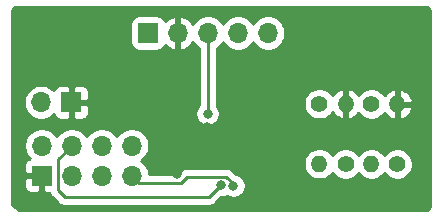
<source format=gbr>
%TF.GenerationSoftware,KiCad,Pcbnew,(5.1.8)-1*%
%TF.CreationDate,2020-12-30T10:18:30-07:00*%
%TF.ProjectId,Axle-Tx-PCB(STM32)v2,41786c65-2d54-4782-9d50-43422853544d,rev?*%
%TF.SameCoordinates,PX1a73ae0PY3563620*%
%TF.FileFunction,Copper,L2,Bot*%
%TF.FilePolarity,Positive*%
%FSLAX46Y46*%
G04 Gerber Fmt 4.6, Leading zero omitted, Abs format (unit mm)*
G04 Created by KiCad (PCBNEW (5.1.8)-1) date 2020-12-30 10:18:30*
%MOMM*%
%LPD*%
G01*
G04 APERTURE LIST*
%TA.AperFunction,ComponentPad*%
%ADD10O,1.400000X1.400000*%
%TD*%
%TA.AperFunction,ComponentPad*%
%ADD11C,1.400000*%
%TD*%
%TA.AperFunction,ComponentPad*%
%ADD12O,1.700000X1.700000*%
%TD*%
%TA.AperFunction,ComponentPad*%
%ADD13R,1.700000X1.700000*%
%TD*%
%TA.AperFunction,ViaPad*%
%ADD14C,0.800000*%
%TD*%
%TA.AperFunction,Conductor*%
%ADD15C,0.250000*%
%TD*%
%TA.AperFunction,Conductor*%
%ADD16C,0.254000*%
%TD*%
%TA.AperFunction,Conductor*%
%ADD17C,0.100000*%
%TD*%
G04 APERTURE END LIST*
D10*
%TO.P,SG4,2*%
%TO.N,GND*%
X33883600Y10617200D03*
D11*
%TO.P,SG4,1*%
%TO.N,SDADC1-AIN8p*%
X33883600Y5537200D03*
%TD*%
D12*
%TO.P,J2,8*%
%TO.N,SPI1-IRQ*%
X11404600Y7112000D03*
%TO.P,J2,7*%
%TO.N,SPI1-MOSI*%
X11404600Y4572000D03*
%TO.P,J2,6*%
%TO.N,SPI1-CSn*%
X8864600Y7112000D03*
%TO.P,J2,5*%
%TO.N,+3V3*%
X8864600Y4572000D03*
%TO.P,J2,4*%
%TO.N,SPI1-MISO*%
X6324600Y7112000D03*
%TO.P,J2,3*%
%TO.N,SPI1-SCK*%
X6324600Y4572000D03*
%TO.P,J2,2*%
%TO.N,SPI1-CE*%
X3784600Y7112000D03*
D13*
%TO.P,J2,1*%
%TO.N,GND*%
X3784600Y4572000D03*
%TD*%
D12*
%TO.P,J1,5*%
%TO.N,PA14-SWCLK*%
X22936200Y16637000D03*
%TO.P,J1,4*%
%TO.N,PA13-SWDIO*%
X20396200Y16637000D03*
%TO.P,J1,3*%
%TO.N,NRST*%
X17856200Y16637000D03*
%TO.P,J1,2*%
%TO.N,GND*%
X15316200Y16637000D03*
D13*
%TO.P,J1,1*%
%TO.N,+3V3*%
X12776200Y16637000D03*
%TD*%
D10*
%TO.P,SG3,2*%
%TO.N,SDADC1-AIN8p*%
X31699200Y5542280D03*
D11*
%TO.P,SG3,1*%
%TO.N,+3V3*%
X31699200Y10622280D03*
%TD*%
D10*
%TO.P,SG2,2*%
%TO.N,GND*%
X29504640Y10637520D03*
D11*
%TO.P,SG2,1*%
%TO.N,SDADC-AIN8m*%
X29504640Y5557520D03*
%TD*%
D10*
%TO.P,SG1,2*%
%TO.N,SDADC-AIN8m*%
X27284680Y5572760D03*
D11*
%TO.P,SG1,1*%
%TO.N,+3V3*%
X27284680Y10652760D03*
%TD*%
D12*
%TO.P,BatCon1,2*%
%TO.N,Net-(BatCon1-Pad2)*%
X3733800Y10769600D03*
D13*
%TO.P,BatCon1,1*%
%TO.N,GND*%
X6273800Y10769600D03*
%TD*%
D14*
%TO.N,NRST*%
X17830800Y9804400D03*
%TO.N,SPI1-MOSI*%
X20015200Y3708400D03*
%TO.N,SPI1-MISO*%
X18948400Y3759200D03*
%TO.N,GND*%
X35306000Y13157200D03*
X32969200Y13157200D03*
X15240000Y4699000D03*
X28244800Y13208000D03*
X30683200Y13208000D03*
X33883600Y9093200D03*
X24762134Y4905066D03*
X29514800Y9042400D03*
X24485600Y15087600D03*
X17818800Y8698800D03*
%TD*%
D15*
%TO.N,NRST*%
X17856200Y9626600D02*
X17830800Y9601200D01*
X17856200Y16637000D02*
X17856200Y9626600D01*
%TO.N,SPI1-MOSI*%
X15588001Y3973999D02*
X12002601Y3973999D01*
X16098203Y4484201D02*
X15588001Y3973999D01*
X12002601Y3973999D02*
X11404600Y4572000D01*
X19391799Y4484201D02*
X16098203Y4484201D01*
X20116800Y3759200D02*
X19391799Y4484201D01*
%TO.N,SPI1-MISO*%
X6324600Y7721600D02*
X6350000Y7747000D01*
X6324600Y7112000D02*
X6324600Y7721600D01*
X6350000Y7112000D02*
X6350000Y7747000D01*
X6324600Y7086600D02*
X5803900Y6565900D01*
X6324600Y7112000D02*
X6324600Y7086600D01*
X6350000Y7112000D02*
X5803900Y6565900D01*
X18548401Y3359201D02*
X18948400Y3759200D01*
X17932400Y2743200D02*
X18548401Y3359201D01*
X5740400Y2743200D02*
X17932400Y2743200D01*
X5149599Y3334001D02*
X5740400Y2743200D01*
X5149599Y5936999D02*
X5149599Y3334001D01*
X6324600Y7112000D02*
X5149599Y5936999D01*
%TO.N,GND*%
X6350000Y10693400D02*
X6273800Y10769600D01*
X17818800Y7277800D02*
X15240000Y4699000D01*
X17818800Y8698800D02*
X17818800Y7277800D01*
%TD*%
D16*
%TO.N,GND*%
X36365133Y18837315D02*
X36431057Y18817411D01*
X36491855Y18785085D01*
X36545219Y18741561D01*
X36589112Y18688504D01*
X36621866Y18627929D01*
X36642228Y18562147D01*
X36652601Y18463460D01*
X36652600Y2013481D01*
X36642715Y1912669D01*
X36633030Y1880591D01*
X36380961Y1639724D01*
X36367547Y1635572D01*
X36268869Y1625200D01*
X1857620Y1625200D01*
X1269600Y2048575D01*
X1269600Y3722000D01*
X2296528Y3722000D01*
X2308788Y3597518D01*
X2345098Y3477820D01*
X2404063Y3367506D01*
X2483415Y3270815D01*
X2580106Y3191463D01*
X2690420Y3132498D01*
X2810118Y3096188D01*
X2934600Y3083928D01*
X3498850Y3087000D01*
X3657600Y3245750D01*
X3657600Y4445000D01*
X2458350Y4445000D01*
X2299600Y4286250D01*
X2296528Y3722000D01*
X1269600Y3722000D01*
X1269600Y5422000D01*
X2296528Y5422000D01*
X2299600Y4857750D01*
X2458350Y4699000D01*
X3657600Y4699000D01*
X3657600Y4719000D01*
X3911600Y4719000D01*
X3911600Y4699000D01*
X3931600Y4699000D01*
X3931600Y4445000D01*
X3911600Y4445000D01*
X3911600Y3245750D01*
X4070350Y3087000D01*
X4430924Y3085037D01*
X4444053Y3041755D01*
X4514625Y2909725D01*
X4585800Y2822999D01*
X4609599Y2794000D01*
X4638597Y2770202D01*
X5176600Y2232198D01*
X5200399Y2203199D01*
X5316124Y2108226D01*
X5448153Y2037654D01*
X5591414Y1994197D01*
X5703067Y1983200D01*
X5703075Y1983200D01*
X5740400Y1979524D01*
X5777725Y1983200D01*
X17895078Y1983200D01*
X17932400Y1979524D01*
X17969722Y1983200D01*
X17969733Y1983200D01*
X18081386Y1994197D01*
X18224647Y2037654D01*
X18356676Y2108226D01*
X18472401Y2203199D01*
X18496203Y2232202D01*
X18988202Y2724200D01*
X19050339Y2724200D01*
X19250298Y2763974D01*
X19438656Y2841995D01*
X19443786Y2845423D01*
X19524944Y2791195D01*
X19713302Y2713174D01*
X19913261Y2673400D01*
X20117139Y2673400D01*
X20317098Y2713174D01*
X20505456Y2791195D01*
X20674974Y2904463D01*
X20819137Y3048626D01*
X20932405Y3218144D01*
X21010426Y3406502D01*
X21050200Y3606461D01*
X21050200Y3810339D01*
X21010426Y4010298D01*
X20932405Y4198656D01*
X20819137Y4368174D01*
X20674974Y4512337D01*
X20505456Y4625605D01*
X20317098Y4703626D01*
X20229814Y4720988D01*
X19955602Y4995199D01*
X19931800Y5024202D01*
X19816075Y5119175D01*
X19684046Y5189747D01*
X19540785Y5233204D01*
X19429132Y5244201D01*
X19429121Y5244201D01*
X19391799Y5247877D01*
X19354477Y5244201D01*
X16135536Y5244201D01*
X16098203Y5247878D01*
X16060870Y5244201D01*
X15949217Y5233204D01*
X15805956Y5189747D01*
X15673927Y5119175D01*
X15558202Y5024202D01*
X15534399Y4995198D01*
X15273200Y4733999D01*
X12886469Y4733999D01*
X12832532Y5005158D01*
X12720590Y5275411D01*
X12558075Y5518632D01*
X12372461Y5704246D01*
X25949680Y5704246D01*
X25949680Y5441274D01*
X26000984Y5183355D01*
X26101619Y4940401D01*
X26247718Y4721747D01*
X26433667Y4535798D01*
X26652321Y4389699D01*
X26895275Y4289064D01*
X27153194Y4237760D01*
X27416166Y4237760D01*
X27674085Y4289064D01*
X27917039Y4389699D01*
X28135693Y4535798D01*
X28321642Y4721747D01*
X28389569Y4823407D01*
X28467678Y4706507D01*
X28653627Y4520558D01*
X28872281Y4374459D01*
X29115235Y4273824D01*
X29373154Y4222520D01*
X29636126Y4222520D01*
X29894045Y4273824D01*
X30136999Y4374459D01*
X30355653Y4520558D01*
X30541602Y4706507D01*
X30596829Y4789160D01*
X30662238Y4691267D01*
X30848187Y4505318D01*
X31066841Y4359219D01*
X31309795Y4258584D01*
X31567714Y4207280D01*
X31830686Y4207280D01*
X32088605Y4258584D01*
X32331559Y4359219D01*
X32550213Y4505318D01*
X32736162Y4691267D01*
X32789703Y4771397D01*
X32846638Y4686187D01*
X33032587Y4500238D01*
X33251241Y4354139D01*
X33494195Y4253504D01*
X33752114Y4202200D01*
X34015086Y4202200D01*
X34273005Y4253504D01*
X34515959Y4354139D01*
X34734613Y4500238D01*
X34920562Y4686187D01*
X35066661Y4904841D01*
X35167296Y5147795D01*
X35218600Y5405714D01*
X35218600Y5668686D01*
X35167296Y5926605D01*
X35066661Y6169559D01*
X34920562Y6388213D01*
X34734613Y6574162D01*
X34515959Y6720261D01*
X34273005Y6820896D01*
X34015086Y6872200D01*
X33752114Y6872200D01*
X33494195Y6820896D01*
X33251241Y6720261D01*
X33032587Y6574162D01*
X32846638Y6388213D01*
X32793097Y6308083D01*
X32736162Y6393293D01*
X32550213Y6579242D01*
X32331559Y6725341D01*
X32088605Y6825976D01*
X31830686Y6877280D01*
X31567714Y6877280D01*
X31309795Y6825976D01*
X31066841Y6725341D01*
X30848187Y6579242D01*
X30662238Y6393293D01*
X30607011Y6310640D01*
X30541602Y6408533D01*
X30355653Y6594482D01*
X30136999Y6740581D01*
X29894045Y6841216D01*
X29636126Y6892520D01*
X29373154Y6892520D01*
X29115235Y6841216D01*
X28872281Y6740581D01*
X28653627Y6594482D01*
X28467678Y6408533D01*
X28399751Y6306873D01*
X28321642Y6423773D01*
X28135693Y6609722D01*
X27917039Y6755821D01*
X27674085Y6856456D01*
X27416166Y6907760D01*
X27153194Y6907760D01*
X26895275Y6856456D01*
X26652321Y6755821D01*
X26433667Y6609722D01*
X26247718Y6423773D01*
X26101619Y6205119D01*
X26000984Y5962165D01*
X25949680Y5704246D01*
X12372461Y5704246D01*
X12351232Y5725475D01*
X12176840Y5842000D01*
X12351232Y5958525D01*
X12558075Y6165368D01*
X12720590Y6408589D01*
X12832532Y6678842D01*
X12889600Y6965740D01*
X12889600Y7258260D01*
X12832532Y7545158D01*
X12720590Y7815411D01*
X12558075Y8058632D01*
X12351232Y8265475D01*
X12108011Y8427990D01*
X11837758Y8539932D01*
X11550860Y8597000D01*
X11258340Y8597000D01*
X10971442Y8539932D01*
X10701189Y8427990D01*
X10457968Y8265475D01*
X10251125Y8058632D01*
X10134600Y7884240D01*
X10018075Y8058632D01*
X9811232Y8265475D01*
X9568011Y8427990D01*
X9297758Y8539932D01*
X9010860Y8597000D01*
X8718340Y8597000D01*
X8431442Y8539932D01*
X8161189Y8427990D01*
X7917968Y8265475D01*
X7711125Y8058632D01*
X7594600Y7884240D01*
X7478075Y8058632D01*
X7271232Y8265475D01*
X7028011Y8427990D01*
X6757758Y8539932D01*
X6470860Y8597000D01*
X6178340Y8597000D01*
X5891442Y8539932D01*
X5621189Y8427990D01*
X5377968Y8265475D01*
X5171125Y8058632D01*
X5054600Y7884240D01*
X4938075Y8058632D01*
X4731232Y8265475D01*
X4488011Y8427990D01*
X4217758Y8539932D01*
X3930860Y8597000D01*
X3638340Y8597000D01*
X3351442Y8539932D01*
X3081189Y8427990D01*
X2837968Y8265475D01*
X2631125Y8058632D01*
X2468610Y7815411D01*
X2356668Y7545158D01*
X2299600Y7258260D01*
X2299600Y6965740D01*
X2356668Y6678842D01*
X2468610Y6408589D01*
X2631125Y6165368D01*
X2762980Y6033513D01*
X2690420Y6011502D01*
X2580106Y5952537D01*
X2483415Y5873185D01*
X2404063Y5776494D01*
X2345098Y5666180D01*
X2308788Y5546482D01*
X2296528Y5422000D01*
X1269600Y5422000D01*
X1269600Y10915860D01*
X2248800Y10915860D01*
X2248800Y10623340D01*
X2305868Y10336442D01*
X2417810Y10066189D01*
X2580325Y9822968D01*
X2787168Y9616125D01*
X3030389Y9453610D01*
X3300642Y9341668D01*
X3587540Y9284600D01*
X3880060Y9284600D01*
X4166958Y9341668D01*
X4437211Y9453610D01*
X4680432Y9616125D01*
X4812287Y9747980D01*
X4834298Y9675420D01*
X4893263Y9565106D01*
X4972615Y9468415D01*
X5069306Y9389063D01*
X5179620Y9330098D01*
X5299318Y9293788D01*
X5423800Y9281528D01*
X5988050Y9284600D01*
X6146800Y9443350D01*
X6146800Y10642600D01*
X6400800Y10642600D01*
X6400800Y9443350D01*
X6559550Y9284600D01*
X7123800Y9281528D01*
X7248282Y9293788D01*
X7367980Y9330098D01*
X7478294Y9389063D01*
X7574985Y9468415D01*
X7654337Y9565106D01*
X7713302Y9675420D01*
X7749612Y9795118D01*
X7761872Y9919600D01*
X7758800Y10483850D01*
X7600050Y10642600D01*
X6400800Y10642600D01*
X6146800Y10642600D01*
X6126800Y10642600D01*
X6126800Y10896600D01*
X6146800Y10896600D01*
X6146800Y12095850D01*
X6400800Y12095850D01*
X6400800Y10896600D01*
X7600050Y10896600D01*
X7758800Y11055350D01*
X7761872Y11619600D01*
X7749612Y11744082D01*
X7713302Y11863780D01*
X7654337Y11974094D01*
X7574985Y12070785D01*
X7478294Y12150137D01*
X7367980Y12209102D01*
X7248282Y12245412D01*
X7123800Y12257672D01*
X6559550Y12254600D01*
X6400800Y12095850D01*
X6146800Y12095850D01*
X5988050Y12254600D01*
X5423800Y12257672D01*
X5299318Y12245412D01*
X5179620Y12209102D01*
X5069306Y12150137D01*
X4972615Y12070785D01*
X4893263Y11974094D01*
X4834298Y11863780D01*
X4812287Y11791220D01*
X4680432Y11923075D01*
X4437211Y12085590D01*
X4166958Y12197532D01*
X3880060Y12254600D01*
X3587540Y12254600D01*
X3300642Y12197532D01*
X3030389Y12085590D01*
X2787168Y11923075D01*
X2580325Y11716232D01*
X2417810Y11473011D01*
X2305868Y11202758D01*
X2248800Y10915860D01*
X1269600Y10915860D01*
X1269600Y17487000D01*
X11288128Y17487000D01*
X11288128Y15787000D01*
X11300388Y15662518D01*
X11336698Y15542820D01*
X11395663Y15432506D01*
X11475015Y15335815D01*
X11571706Y15256463D01*
X11682020Y15197498D01*
X11801718Y15161188D01*
X11926200Y15148928D01*
X13626200Y15148928D01*
X13750682Y15161188D01*
X13870380Y15197498D01*
X13980694Y15256463D01*
X14077385Y15335815D01*
X14156737Y15432506D01*
X14215702Y15542820D01*
X14240166Y15623466D01*
X14315931Y15539412D01*
X14549280Y15365359D01*
X14812101Y15240175D01*
X14959310Y15195524D01*
X15189200Y15316845D01*
X15189200Y16510000D01*
X15169200Y16510000D01*
X15169200Y16764000D01*
X15189200Y16764000D01*
X15189200Y17957155D01*
X15443200Y17957155D01*
X15443200Y16764000D01*
X15463200Y16764000D01*
X15463200Y16510000D01*
X15443200Y16510000D01*
X15443200Y15316845D01*
X15673090Y15195524D01*
X15820299Y15240175D01*
X16083120Y15365359D01*
X16316469Y15539412D01*
X16511378Y15755645D01*
X16581005Y15872534D01*
X16702725Y15690368D01*
X16909568Y15483525D01*
X17096200Y15358821D01*
X17096201Y10533512D01*
X17026863Y10464174D01*
X16913595Y10294656D01*
X16835574Y10106298D01*
X16795800Y9906339D01*
X16795800Y9702461D01*
X16835574Y9502502D01*
X16913595Y9314144D01*
X17026863Y9144626D01*
X17171026Y9000463D01*
X17340544Y8887195D01*
X17528902Y8809174D01*
X17728861Y8769400D01*
X17932739Y8769400D01*
X18132698Y8809174D01*
X18321056Y8887195D01*
X18490574Y9000463D01*
X18634737Y9144626D01*
X18748005Y9314144D01*
X18826026Y9502502D01*
X18865800Y9702461D01*
X18865800Y9906339D01*
X18826026Y10106298D01*
X18748005Y10294656D01*
X18634737Y10464174D01*
X18616200Y10482711D01*
X18616200Y10784246D01*
X25949680Y10784246D01*
X25949680Y10521274D01*
X26000984Y10263355D01*
X26101619Y10020401D01*
X26247718Y9801747D01*
X26433667Y9615798D01*
X26652321Y9469699D01*
X26895275Y9369064D01*
X27153194Y9317760D01*
X27416166Y9317760D01*
X27674085Y9369064D01*
X27917039Y9469699D01*
X28135693Y9615798D01*
X28321642Y9801747D01*
X28393011Y9908559D01*
X28437881Y9834860D01*
X28614970Y9642169D01*
X28826248Y9487728D01*
X29063596Y9377473D01*
X29171311Y9344804D01*
X29377640Y9468146D01*
X29377640Y10510520D01*
X29357640Y10510520D01*
X29357640Y10764520D01*
X29377640Y10764520D01*
X29377640Y11806894D01*
X29631640Y11806894D01*
X29631640Y10764520D01*
X29651640Y10764520D01*
X29651640Y10510520D01*
X29631640Y10510520D01*
X29631640Y9468146D01*
X29837969Y9344804D01*
X29945684Y9377473D01*
X30183032Y9487728D01*
X30394310Y9642169D01*
X30571399Y9834860D01*
X30594449Y9872721D01*
X30662238Y9771267D01*
X30848187Y9585318D01*
X31066841Y9439219D01*
X31309795Y9338584D01*
X31567714Y9287280D01*
X31830686Y9287280D01*
X32088605Y9338584D01*
X32331559Y9439219D01*
X32550213Y9585318D01*
X32736162Y9771267D01*
X32792161Y9855077D01*
X32816841Y9814540D01*
X32993930Y9621849D01*
X33205208Y9467408D01*
X33442556Y9357153D01*
X33550271Y9324484D01*
X33756600Y9447826D01*
X33756600Y10490200D01*
X34010600Y10490200D01*
X34010600Y9447826D01*
X34216929Y9324484D01*
X34324644Y9357153D01*
X34561992Y9467408D01*
X34773270Y9621849D01*
X34950359Y9814540D01*
X35086453Y10038077D01*
X35176322Y10283870D01*
X35053801Y10490200D01*
X34010600Y10490200D01*
X33756600Y10490200D01*
X33736600Y10490200D01*
X33736600Y10744200D01*
X33756600Y10744200D01*
X33756600Y11786574D01*
X34010600Y11786574D01*
X34010600Y10744200D01*
X35053801Y10744200D01*
X35176322Y10950530D01*
X35086453Y11196323D01*
X34950359Y11419860D01*
X34773270Y11612551D01*
X34561992Y11766992D01*
X34324644Y11877247D01*
X34216929Y11909916D01*
X34010600Y11786574D01*
X33756600Y11786574D01*
X33550271Y11909916D01*
X33442556Y11877247D01*
X33205208Y11766992D01*
X32993930Y11612551D01*
X32816841Y11419860D01*
X32795398Y11384639D01*
X32736162Y11473293D01*
X32550213Y11659242D01*
X32331559Y11805341D01*
X32088605Y11905976D01*
X31830686Y11957280D01*
X31567714Y11957280D01*
X31309795Y11905976D01*
X31066841Y11805341D01*
X30848187Y11659242D01*
X30662238Y11473293D01*
X30604159Y11386371D01*
X30571399Y11440180D01*
X30394310Y11632871D01*
X30183032Y11787312D01*
X29945684Y11897567D01*
X29837969Y11930236D01*
X29631640Y11806894D01*
X29377640Y11806894D01*
X29171311Y11930236D01*
X29063596Y11897567D01*
X28826248Y11787312D01*
X28614970Y11632871D01*
X28437881Y11440180D01*
X28402721Y11382429D01*
X28321642Y11503773D01*
X28135693Y11689722D01*
X27917039Y11835821D01*
X27674085Y11936456D01*
X27416166Y11987760D01*
X27153194Y11987760D01*
X26895275Y11936456D01*
X26652321Y11835821D01*
X26433667Y11689722D01*
X26247718Y11503773D01*
X26101619Y11285119D01*
X26000984Y11042165D01*
X25949680Y10784246D01*
X18616200Y10784246D01*
X18616200Y15358822D01*
X18802832Y15483525D01*
X19009675Y15690368D01*
X19126200Y15864760D01*
X19242725Y15690368D01*
X19449568Y15483525D01*
X19692789Y15321010D01*
X19963042Y15209068D01*
X20249940Y15152000D01*
X20542460Y15152000D01*
X20829358Y15209068D01*
X21099611Y15321010D01*
X21342832Y15483525D01*
X21549675Y15690368D01*
X21666200Y15864760D01*
X21782725Y15690368D01*
X21989568Y15483525D01*
X22232789Y15321010D01*
X22503042Y15209068D01*
X22789940Y15152000D01*
X23082460Y15152000D01*
X23369358Y15209068D01*
X23639611Y15321010D01*
X23882832Y15483525D01*
X24089675Y15690368D01*
X24252190Y15933589D01*
X24364132Y16203842D01*
X24421200Y16490740D01*
X24421200Y16783260D01*
X24364132Y17070158D01*
X24252190Y17340411D01*
X24089675Y17583632D01*
X23882832Y17790475D01*
X23639611Y17952990D01*
X23369358Y18064932D01*
X23082460Y18122000D01*
X22789940Y18122000D01*
X22503042Y18064932D01*
X22232789Y17952990D01*
X21989568Y17790475D01*
X21782725Y17583632D01*
X21666200Y17409240D01*
X21549675Y17583632D01*
X21342832Y17790475D01*
X21099611Y17952990D01*
X20829358Y18064932D01*
X20542460Y18122000D01*
X20249940Y18122000D01*
X19963042Y18064932D01*
X19692789Y17952990D01*
X19449568Y17790475D01*
X19242725Y17583632D01*
X19126200Y17409240D01*
X19009675Y17583632D01*
X18802832Y17790475D01*
X18559611Y17952990D01*
X18289358Y18064932D01*
X18002460Y18122000D01*
X17709940Y18122000D01*
X17423042Y18064932D01*
X17152789Y17952990D01*
X16909568Y17790475D01*
X16702725Y17583632D01*
X16581005Y17401466D01*
X16511378Y17518355D01*
X16316469Y17734588D01*
X16083120Y17908641D01*
X15820299Y18033825D01*
X15673090Y18078476D01*
X15443200Y17957155D01*
X15189200Y17957155D01*
X14959310Y18078476D01*
X14812101Y18033825D01*
X14549280Y17908641D01*
X14315931Y17734588D01*
X14240166Y17650534D01*
X14215702Y17731180D01*
X14156737Y17841494D01*
X14077385Y17938185D01*
X13980694Y18017537D01*
X13870380Y18076502D01*
X13750682Y18112812D01*
X13626200Y18125072D01*
X11926200Y18125072D01*
X11801718Y18112812D01*
X11682020Y18076502D01*
X11571706Y18017537D01*
X11475015Y17938185D01*
X11395663Y17841494D01*
X11336698Y17731180D01*
X11300388Y17611482D01*
X11288128Y17487000D01*
X1269600Y17487000D01*
X1269600Y18458919D01*
X1279485Y18559733D01*
X1290318Y18595614D01*
X1541997Y18832910D01*
X1554653Y18836828D01*
X1653330Y18847200D01*
X36264319Y18847200D01*
X36365133Y18837315D01*
%TA.AperFunction,Conductor*%
D17*
G36*
X36365133Y18837315D02*
G01*
X36431057Y18817411D01*
X36491855Y18785085D01*
X36545219Y18741561D01*
X36589112Y18688504D01*
X36621866Y18627929D01*
X36642228Y18562147D01*
X36652601Y18463460D01*
X36652600Y2013481D01*
X36642715Y1912669D01*
X36633030Y1880591D01*
X36380961Y1639724D01*
X36367547Y1635572D01*
X36268869Y1625200D01*
X1857620Y1625200D01*
X1269600Y2048575D01*
X1269600Y3722000D01*
X2296528Y3722000D01*
X2308788Y3597518D01*
X2345098Y3477820D01*
X2404063Y3367506D01*
X2483415Y3270815D01*
X2580106Y3191463D01*
X2690420Y3132498D01*
X2810118Y3096188D01*
X2934600Y3083928D01*
X3498850Y3087000D01*
X3657600Y3245750D01*
X3657600Y4445000D01*
X2458350Y4445000D01*
X2299600Y4286250D01*
X2296528Y3722000D01*
X1269600Y3722000D01*
X1269600Y5422000D01*
X2296528Y5422000D01*
X2299600Y4857750D01*
X2458350Y4699000D01*
X3657600Y4699000D01*
X3657600Y4719000D01*
X3911600Y4719000D01*
X3911600Y4699000D01*
X3931600Y4699000D01*
X3931600Y4445000D01*
X3911600Y4445000D01*
X3911600Y3245750D01*
X4070350Y3087000D01*
X4430924Y3085037D01*
X4444053Y3041755D01*
X4514625Y2909725D01*
X4585800Y2822999D01*
X4609599Y2794000D01*
X4638597Y2770202D01*
X5176600Y2232198D01*
X5200399Y2203199D01*
X5316124Y2108226D01*
X5448153Y2037654D01*
X5591414Y1994197D01*
X5703067Y1983200D01*
X5703075Y1983200D01*
X5740400Y1979524D01*
X5777725Y1983200D01*
X17895078Y1983200D01*
X17932400Y1979524D01*
X17969722Y1983200D01*
X17969733Y1983200D01*
X18081386Y1994197D01*
X18224647Y2037654D01*
X18356676Y2108226D01*
X18472401Y2203199D01*
X18496203Y2232202D01*
X18988202Y2724200D01*
X19050339Y2724200D01*
X19250298Y2763974D01*
X19438656Y2841995D01*
X19443786Y2845423D01*
X19524944Y2791195D01*
X19713302Y2713174D01*
X19913261Y2673400D01*
X20117139Y2673400D01*
X20317098Y2713174D01*
X20505456Y2791195D01*
X20674974Y2904463D01*
X20819137Y3048626D01*
X20932405Y3218144D01*
X21010426Y3406502D01*
X21050200Y3606461D01*
X21050200Y3810339D01*
X21010426Y4010298D01*
X20932405Y4198656D01*
X20819137Y4368174D01*
X20674974Y4512337D01*
X20505456Y4625605D01*
X20317098Y4703626D01*
X20229814Y4720988D01*
X19955602Y4995199D01*
X19931800Y5024202D01*
X19816075Y5119175D01*
X19684046Y5189747D01*
X19540785Y5233204D01*
X19429132Y5244201D01*
X19429121Y5244201D01*
X19391799Y5247877D01*
X19354477Y5244201D01*
X16135536Y5244201D01*
X16098203Y5247878D01*
X16060870Y5244201D01*
X15949217Y5233204D01*
X15805956Y5189747D01*
X15673927Y5119175D01*
X15558202Y5024202D01*
X15534399Y4995198D01*
X15273200Y4733999D01*
X12886469Y4733999D01*
X12832532Y5005158D01*
X12720590Y5275411D01*
X12558075Y5518632D01*
X12372461Y5704246D01*
X25949680Y5704246D01*
X25949680Y5441274D01*
X26000984Y5183355D01*
X26101619Y4940401D01*
X26247718Y4721747D01*
X26433667Y4535798D01*
X26652321Y4389699D01*
X26895275Y4289064D01*
X27153194Y4237760D01*
X27416166Y4237760D01*
X27674085Y4289064D01*
X27917039Y4389699D01*
X28135693Y4535798D01*
X28321642Y4721747D01*
X28389569Y4823407D01*
X28467678Y4706507D01*
X28653627Y4520558D01*
X28872281Y4374459D01*
X29115235Y4273824D01*
X29373154Y4222520D01*
X29636126Y4222520D01*
X29894045Y4273824D01*
X30136999Y4374459D01*
X30355653Y4520558D01*
X30541602Y4706507D01*
X30596829Y4789160D01*
X30662238Y4691267D01*
X30848187Y4505318D01*
X31066841Y4359219D01*
X31309795Y4258584D01*
X31567714Y4207280D01*
X31830686Y4207280D01*
X32088605Y4258584D01*
X32331559Y4359219D01*
X32550213Y4505318D01*
X32736162Y4691267D01*
X32789703Y4771397D01*
X32846638Y4686187D01*
X33032587Y4500238D01*
X33251241Y4354139D01*
X33494195Y4253504D01*
X33752114Y4202200D01*
X34015086Y4202200D01*
X34273005Y4253504D01*
X34515959Y4354139D01*
X34734613Y4500238D01*
X34920562Y4686187D01*
X35066661Y4904841D01*
X35167296Y5147795D01*
X35218600Y5405714D01*
X35218600Y5668686D01*
X35167296Y5926605D01*
X35066661Y6169559D01*
X34920562Y6388213D01*
X34734613Y6574162D01*
X34515959Y6720261D01*
X34273005Y6820896D01*
X34015086Y6872200D01*
X33752114Y6872200D01*
X33494195Y6820896D01*
X33251241Y6720261D01*
X33032587Y6574162D01*
X32846638Y6388213D01*
X32793097Y6308083D01*
X32736162Y6393293D01*
X32550213Y6579242D01*
X32331559Y6725341D01*
X32088605Y6825976D01*
X31830686Y6877280D01*
X31567714Y6877280D01*
X31309795Y6825976D01*
X31066841Y6725341D01*
X30848187Y6579242D01*
X30662238Y6393293D01*
X30607011Y6310640D01*
X30541602Y6408533D01*
X30355653Y6594482D01*
X30136999Y6740581D01*
X29894045Y6841216D01*
X29636126Y6892520D01*
X29373154Y6892520D01*
X29115235Y6841216D01*
X28872281Y6740581D01*
X28653627Y6594482D01*
X28467678Y6408533D01*
X28399751Y6306873D01*
X28321642Y6423773D01*
X28135693Y6609722D01*
X27917039Y6755821D01*
X27674085Y6856456D01*
X27416166Y6907760D01*
X27153194Y6907760D01*
X26895275Y6856456D01*
X26652321Y6755821D01*
X26433667Y6609722D01*
X26247718Y6423773D01*
X26101619Y6205119D01*
X26000984Y5962165D01*
X25949680Y5704246D01*
X12372461Y5704246D01*
X12351232Y5725475D01*
X12176840Y5842000D01*
X12351232Y5958525D01*
X12558075Y6165368D01*
X12720590Y6408589D01*
X12832532Y6678842D01*
X12889600Y6965740D01*
X12889600Y7258260D01*
X12832532Y7545158D01*
X12720590Y7815411D01*
X12558075Y8058632D01*
X12351232Y8265475D01*
X12108011Y8427990D01*
X11837758Y8539932D01*
X11550860Y8597000D01*
X11258340Y8597000D01*
X10971442Y8539932D01*
X10701189Y8427990D01*
X10457968Y8265475D01*
X10251125Y8058632D01*
X10134600Y7884240D01*
X10018075Y8058632D01*
X9811232Y8265475D01*
X9568011Y8427990D01*
X9297758Y8539932D01*
X9010860Y8597000D01*
X8718340Y8597000D01*
X8431442Y8539932D01*
X8161189Y8427990D01*
X7917968Y8265475D01*
X7711125Y8058632D01*
X7594600Y7884240D01*
X7478075Y8058632D01*
X7271232Y8265475D01*
X7028011Y8427990D01*
X6757758Y8539932D01*
X6470860Y8597000D01*
X6178340Y8597000D01*
X5891442Y8539932D01*
X5621189Y8427990D01*
X5377968Y8265475D01*
X5171125Y8058632D01*
X5054600Y7884240D01*
X4938075Y8058632D01*
X4731232Y8265475D01*
X4488011Y8427990D01*
X4217758Y8539932D01*
X3930860Y8597000D01*
X3638340Y8597000D01*
X3351442Y8539932D01*
X3081189Y8427990D01*
X2837968Y8265475D01*
X2631125Y8058632D01*
X2468610Y7815411D01*
X2356668Y7545158D01*
X2299600Y7258260D01*
X2299600Y6965740D01*
X2356668Y6678842D01*
X2468610Y6408589D01*
X2631125Y6165368D01*
X2762980Y6033513D01*
X2690420Y6011502D01*
X2580106Y5952537D01*
X2483415Y5873185D01*
X2404063Y5776494D01*
X2345098Y5666180D01*
X2308788Y5546482D01*
X2296528Y5422000D01*
X1269600Y5422000D01*
X1269600Y10915860D01*
X2248800Y10915860D01*
X2248800Y10623340D01*
X2305868Y10336442D01*
X2417810Y10066189D01*
X2580325Y9822968D01*
X2787168Y9616125D01*
X3030389Y9453610D01*
X3300642Y9341668D01*
X3587540Y9284600D01*
X3880060Y9284600D01*
X4166958Y9341668D01*
X4437211Y9453610D01*
X4680432Y9616125D01*
X4812287Y9747980D01*
X4834298Y9675420D01*
X4893263Y9565106D01*
X4972615Y9468415D01*
X5069306Y9389063D01*
X5179620Y9330098D01*
X5299318Y9293788D01*
X5423800Y9281528D01*
X5988050Y9284600D01*
X6146800Y9443350D01*
X6146800Y10642600D01*
X6400800Y10642600D01*
X6400800Y9443350D01*
X6559550Y9284600D01*
X7123800Y9281528D01*
X7248282Y9293788D01*
X7367980Y9330098D01*
X7478294Y9389063D01*
X7574985Y9468415D01*
X7654337Y9565106D01*
X7713302Y9675420D01*
X7749612Y9795118D01*
X7761872Y9919600D01*
X7758800Y10483850D01*
X7600050Y10642600D01*
X6400800Y10642600D01*
X6146800Y10642600D01*
X6126800Y10642600D01*
X6126800Y10896600D01*
X6146800Y10896600D01*
X6146800Y12095850D01*
X6400800Y12095850D01*
X6400800Y10896600D01*
X7600050Y10896600D01*
X7758800Y11055350D01*
X7761872Y11619600D01*
X7749612Y11744082D01*
X7713302Y11863780D01*
X7654337Y11974094D01*
X7574985Y12070785D01*
X7478294Y12150137D01*
X7367980Y12209102D01*
X7248282Y12245412D01*
X7123800Y12257672D01*
X6559550Y12254600D01*
X6400800Y12095850D01*
X6146800Y12095850D01*
X5988050Y12254600D01*
X5423800Y12257672D01*
X5299318Y12245412D01*
X5179620Y12209102D01*
X5069306Y12150137D01*
X4972615Y12070785D01*
X4893263Y11974094D01*
X4834298Y11863780D01*
X4812287Y11791220D01*
X4680432Y11923075D01*
X4437211Y12085590D01*
X4166958Y12197532D01*
X3880060Y12254600D01*
X3587540Y12254600D01*
X3300642Y12197532D01*
X3030389Y12085590D01*
X2787168Y11923075D01*
X2580325Y11716232D01*
X2417810Y11473011D01*
X2305868Y11202758D01*
X2248800Y10915860D01*
X1269600Y10915860D01*
X1269600Y17487000D01*
X11288128Y17487000D01*
X11288128Y15787000D01*
X11300388Y15662518D01*
X11336698Y15542820D01*
X11395663Y15432506D01*
X11475015Y15335815D01*
X11571706Y15256463D01*
X11682020Y15197498D01*
X11801718Y15161188D01*
X11926200Y15148928D01*
X13626200Y15148928D01*
X13750682Y15161188D01*
X13870380Y15197498D01*
X13980694Y15256463D01*
X14077385Y15335815D01*
X14156737Y15432506D01*
X14215702Y15542820D01*
X14240166Y15623466D01*
X14315931Y15539412D01*
X14549280Y15365359D01*
X14812101Y15240175D01*
X14959310Y15195524D01*
X15189200Y15316845D01*
X15189200Y16510000D01*
X15169200Y16510000D01*
X15169200Y16764000D01*
X15189200Y16764000D01*
X15189200Y17957155D01*
X15443200Y17957155D01*
X15443200Y16764000D01*
X15463200Y16764000D01*
X15463200Y16510000D01*
X15443200Y16510000D01*
X15443200Y15316845D01*
X15673090Y15195524D01*
X15820299Y15240175D01*
X16083120Y15365359D01*
X16316469Y15539412D01*
X16511378Y15755645D01*
X16581005Y15872534D01*
X16702725Y15690368D01*
X16909568Y15483525D01*
X17096200Y15358821D01*
X17096201Y10533512D01*
X17026863Y10464174D01*
X16913595Y10294656D01*
X16835574Y10106298D01*
X16795800Y9906339D01*
X16795800Y9702461D01*
X16835574Y9502502D01*
X16913595Y9314144D01*
X17026863Y9144626D01*
X17171026Y9000463D01*
X17340544Y8887195D01*
X17528902Y8809174D01*
X17728861Y8769400D01*
X17932739Y8769400D01*
X18132698Y8809174D01*
X18321056Y8887195D01*
X18490574Y9000463D01*
X18634737Y9144626D01*
X18748005Y9314144D01*
X18826026Y9502502D01*
X18865800Y9702461D01*
X18865800Y9906339D01*
X18826026Y10106298D01*
X18748005Y10294656D01*
X18634737Y10464174D01*
X18616200Y10482711D01*
X18616200Y10784246D01*
X25949680Y10784246D01*
X25949680Y10521274D01*
X26000984Y10263355D01*
X26101619Y10020401D01*
X26247718Y9801747D01*
X26433667Y9615798D01*
X26652321Y9469699D01*
X26895275Y9369064D01*
X27153194Y9317760D01*
X27416166Y9317760D01*
X27674085Y9369064D01*
X27917039Y9469699D01*
X28135693Y9615798D01*
X28321642Y9801747D01*
X28393011Y9908559D01*
X28437881Y9834860D01*
X28614970Y9642169D01*
X28826248Y9487728D01*
X29063596Y9377473D01*
X29171311Y9344804D01*
X29377640Y9468146D01*
X29377640Y10510520D01*
X29357640Y10510520D01*
X29357640Y10764520D01*
X29377640Y10764520D01*
X29377640Y11806894D01*
X29631640Y11806894D01*
X29631640Y10764520D01*
X29651640Y10764520D01*
X29651640Y10510520D01*
X29631640Y10510520D01*
X29631640Y9468146D01*
X29837969Y9344804D01*
X29945684Y9377473D01*
X30183032Y9487728D01*
X30394310Y9642169D01*
X30571399Y9834860D01*
X30594449Y9872721D01*
X30662238Y9771267D01*
X30848187Y9585318D01*
X31066841Y9439219D01*
X31309795Y9338584D01*
X31567714Y9287280D01*
X31830686Y9287280D01*
X32088605Y9338584D01*
X32331559Y9439219D01*
X32550213Y9585318D01*
X32736162Y9771267D01*
X32792161Y9855077D01*
X32816841Y9814540D01*
X32993930Y9621849D01*
X33205208Y9467408D01*
X33442556Y9357153D01*
X33550271Y9324484D01*
X33756600Y9447826D01*
X33756600Y10490200D01*
X34010600Y10490200D01*
X34010600Y9447826D01*
X34216929Y9324484D01*
X34324644Y9357153D01*
X34561992Y9467408D01*
X34773270Y9621849D01*
X34950359Y9814540D01*
X35086453Y10038077D01*
X35176322Y10283870D01*
X35053801Y10490200D01*
X34010600Y10490200D01*
X33756600Y10490200D01*
X33736600Y10490200D01*
X33736600Y10744200D01*
X33756600Y10744200D01*
X33756600Y11786574D01*
X34010600Y11786574D01*
X34010600Y10744200D01*
X35053801Y10744200D01*
X35176322Y10950530D01*
X35086453Y11196323D01*
X34950359Y11419860D01*
X34773270Y11612551D01*
X34561992Y11766992D01*
X34324644Y11877247D01*
X34216929Y11909916D01*
X34010600Y11786574D01*
X33756600Y11786574D01*
X33550271Y11909916D01*
X33442556Y11877247D01*
X33205208Y11766992D01*
X32993930Y11612551D01*
X32816841Y11419860D01*
X32795398Y11384639D01*
X32736162Y11473293D01*
X32550213Y11659242D01*
X32331559Y11805341D01*
X32088605Y11905976D01*
X31830686Y11957280D01*
X31567714Y11957280D01*
X31309795Y11905976D01*
X31066841Y11805341D01*
X30848187Y11659242D01*
X30662238Y11473293D01*
X30604159Y11386371D01*
X30571399Y11440180D01*
X30394310Y11632871D01*
X30183032Y11787312D01*
X29945684Y11897567D01*
X29837969Y11930236D01*
X29631640Y11806894D01*
X29377640Y11806894D01*
X29171311Y11930236D01*
X29063596Y11897567D01*
X28826248Y11787312D01*
X28614970Y11632871D01*
X28437881Y11440180D01*
X28402721Y11382429D01*
X28321642Y11503773D01*
X28135693Y11689722D01*
X27917039Y11835821D01*
X27674085Y11936456D01*
X27416166Y11987760D01*
X27153194Y11987760D01*
X26895275Y11936456D01*
X26652321Y11835821D01*
X26433667Y11689722D01*
X26247718Y11503773D01*
X26101619Y11285119D01*
X26000984Y11042165D01*
X25949680Y10784246D01*
X18616200Y10784246D01*
X18616200Y15358822D01*
X18802832Y15483525D01*
X19009675Y15690368D01*
X19126200Y15864760D01*
X19242725Y15690368D01*
X19449568Y15483525D01*
X19692789Y15321010D01*
X19963042Y15209068D01*
X20249940Y15152000D01*
X20542460Y15152000D01*
X20829358Y15209068D01*
X21099611Y15321010D01*
X21342832Y15483525D01*
X21549675Y15690368D01*
X21666200Y15864760D01*
X21782725Y15690368D01*
X21989568Y15483525D01*
X22232789Y15321010D01*
X22503042Y15209068D01*
X22789940Y15152000D01*
X23082460Y15152000D01*
X23369358Y15209068D01*
X23639611Y15321010D01*
X23882832Y15483525D01*
X24089675Y15690368D01*
X24252190Y15933589D01*
X24364132Y16203842D01*
X24421200Y16490740D01*
X24421200Y16783260D01*
X24364132Y17070158D01*
X24252190Y17340411D01*
X24089675Y17583632D01*
X23882832Y17790475D01*
X23639611Y17952990D01*
X23369358Y18064932D01*
X23082460Y18122000D01*
X22789940Y18122000D01*
X22503042Y18064932D01*
X22232789Y17952990D01*
X21989568Y17790475D01*
X21782725Y17583632D01*
X21666200Y17409240D01*
X21549675Y17583632D01*
X21342832Y17790475D01*
X21099611Y17952990D01*
X20829358Y18064932D01*
X20542460Y18122000D01*
X20249940Y18122000D01*
X19963042Y18064932D01*
X19692789Y17952990D01*
X19449568Y17790475D01*
X19242725Y17583632D01*
X19126200Y17409240D01*
X19009675Y17583632D01*
X18802832Y17790475D01*
X18559611Y17952990D01*
X18289358Y18064932D01*
X18002460Y18122000D01*
X17709940Y18122000D01*
X17423042Y18064932D01*
X17152789Y17952990D01*
X16909568Y17790475D01*
X16702725Y17583632D01*
X16581005Y17401466D01*
X16511378Y17518355D01*
X16316469Y17734588D01*
X16083120Y17908641D01*
X15820299Y18033825D01*
X15673090Y18078476D01*
X15443200Y17957155D01*
X15189200Y17957155D01*
X14959310Y18078476D01*
X14812101Y18033825D01*
X14549280Y17908641D01*
X14315931Y17734588D01*
X14240166Y17650534D01*
X14215702Y17731180D01*
X14156737Y17841494D01*
X14077385Y17938185D01*
X13980694Y18017537D01*
X13870380Y18076502D01*
X13750682Y18112812D01*
X13626200Y18125072D01*
X11926200Y18125072D01*
X11801718Y18112812D01*
X11682020Y18076502D01*
X11571706Y18017537D01*
X11475015Y17938185D01*
X11395663Y17841494D01*
X11336698Y17731180D01*
X11300388Y17611482D01*
X11288128Y17487000D01*
X1269600Y17487000D01*
X1269600Y18458919D01*
X1279485Y18559733D01*
X1290318Y18595614D01*
X1541997Y18832910D01*
X1554653Y18836828D01*
X1653330Y18847200D01*
X36264319Y18847200D01*
X36365133Y18837315D01*
G37*
%TD.AperFunction*%
%TD*%
M02*

</source>
